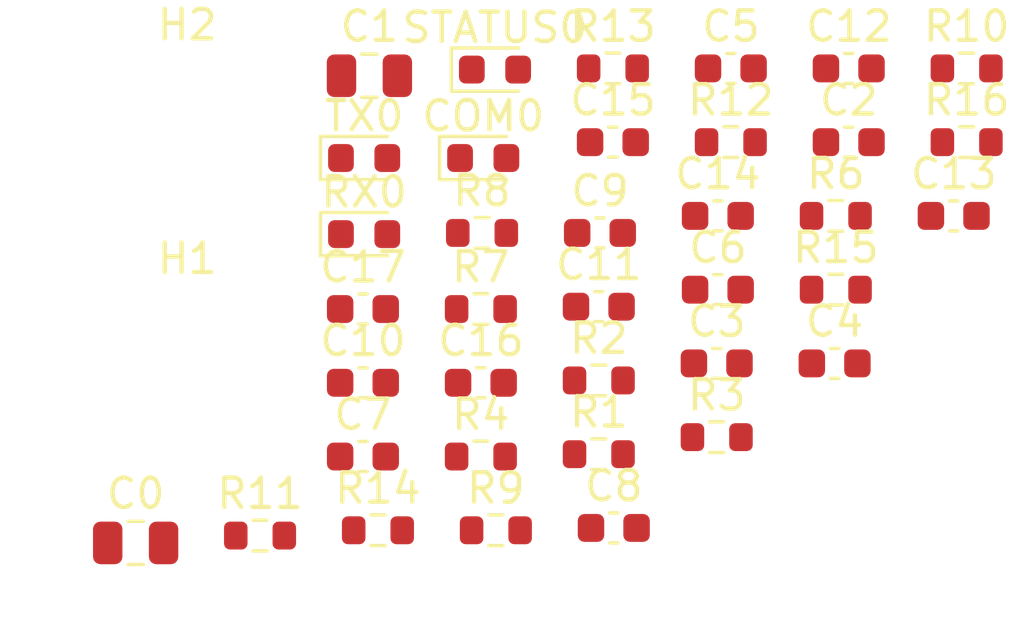
<source format=kicad_pcb>
(kicad_pcb (version 20211014) (generator pcbnew)
  (layers (0 "F.Cu" signal) (31 "B.Cu" signal) (34 "B.Paste" user) (35 "F.Paste" user) (36 "B.SilkS" user "B.Silkscreen") (37 "F.SilkS" user "F.Silkscreen") (38 "B.Mask" user) (39 "F.Mask" user) (44 "Edge.Cuts" user))
  (net 0 "")
  (net 1 "/VBUS")
  (net 2 "/GND")
  (net 3 "/5V_REG")
  (net 4 "/3V3_USB")
  (net 5 "/DAC_REF")
  (net 6 "/AREF")
  (net 7 "/ANALOG_IN")
  (net 8 "/PA0")
  (net 9 "/RESET")
  (net 10 "Net-(C12-Pad2)")
  (net 11 "Net-(C13-Pad2)")
  (net 12 "Net-(C14-Pad2)")
  (net 13 "/XTAL1")
  (net 14 "/XTAL2")
  (net 15 "/DAC_AC_OUT")
  (net 16 "/DAC_DC_OUT")
  (net 17 "Net-(R1-Pad2)")
  (net 18 "Net-(R2-Pad2)")
  (net 19 "/UART_RX0")
  (net 20 "Net-(IC_USB0-Pad1)")
  (net 21 "/UART_TX0")
  (net 22 "Net-(IC_USB0-Pad4)")
  (net 23 "/DAC_REFGEN")
  (net 24 "Net-(R8-Pad1)")
  (net 25 "Net-(R11-Pad1)")
  (net 26 "/LED_STATUS")
  (net 27 "Net-(COM0-PadA)")
  (net 28 "/LED_COM")
  (net 29 "Net-(R13-Pad1)")
  (net 30 "/LED_RX")
  (net 31 "Net-(R14-Pad1)")
  (net 32 "/LED_TX")
  (net 33 "/PTT_POS")
  (net 34 "/PTT_NEG")
  (net 35 "Net-(PTT_SOURCES0-Pad1)")
  (footprint "Capacitor_SMD:C_0603_1608Metric" (layer "F.Cu") (at 124.82 96.87)
    (fp_text reference "C13" (at 0 -1.43) (layer "F.SilkS"))
    (fp_text value "47pF")
    (fp_line (start -0.14058 0.51) (end 0.14058 0.51) (layer "F.SilkS") (width 0.12))
    (fp_line (start -0.14058 -0.51) (end 0.14058 -0.51) (layer "F.SilkS") (width 0.12))
    (pad "1" smd roundrect (at -0.775 0) (size 0.9 0.95) (layers "F.Cu" "F.Paste" "F.Mask") (net 2 "/GND"))
    (pad "2" smd roundrect (at 0.775 0) (size 0.9 0.95) (layers "F.Cu" "F.Paste" "F.Mask") (net 11 "Net-(C13-Pad2)"))
  )
  (footprint "MountingHole:MountingHole_3.2mm_M3" (layer "F.Cu") (at 98.75 94.57)
    (fp_text reference "H2" (at 0 -4.2) (layer "F.SilkS"))
    (fp_text value "MOUNT-HOLE3.2")
    (pad "" np_thru_hole circle (at 0 0) (size 3.2 3.2) (drill 3.2) (layers *.Cu *.Mask))
  )
  (footprint "Resistor_SMD:R_0603_1608Metric" (layer "F.Cu") (at 109.25 107.57)
    (fp_text reference "R9" (at 0 -1.43) (layer "F.SilkS"))
    (fp_text value "100k")
    (fp_line (start -0.237258 0.5225) (end 0.237258 0.5225) (layer "F.SilkS") (width 0.12))
    (fp_line (start -0.237258 -0.5225) (end 0.237258 -0.5225) (layer "F.SilkS") (width 0.12))
    (pad "1" smd roundrect (at -0.825 0) (size 0.8 0.95) (layers "F.Cu" "F.Paste" "F.Mask") (net 6 "/AREF"))
    (pad "2" smd roundrect (at 0.825 0) (size 0.8 0.95) (layers "F.Cu" "F.Paste" "F.Mask") (net 8 "/PA0"))
  )
  (footprint "Resistor_SMD:R_0603_1608Metric" (layer "F.Cu") (at 125.26 91.85)
    (fp_text reference "R10" (at 0 -1.43) (layer "F.SilkS"))
    (fp_text value "100k")
    (fp_line (start -0.237258 -0.5225) (end 0.237258 -0.5225) (layer "F.SilkS") (width 0.12))
    (fp_line (start -0.237258 0.5225) (end 0.237258 0.5225) (layer "F.SilkS") (width 0.12))
    (pad "1" smd roundrect (at -0.825 0) (size 0.8 0.95) (layers "F.Cu" "F.Paste" "F.Mask") (net 2 "/GND"))
    (pad "2" smd roundrect (at 0.825 0) (size 0.8 0.95) (layers "F.Cu" "F.Paste" "F.Mask") (net 8 "/PA0"))
  )
  (footprint "Capacitor_SMD:C_0603_1608Metric" (layer "F.Cu") (at 113.26 107.49)
    (fp_text reference "C8" (at 0 -1.43) (layer "F.SilkS"))
    (fp_text value "1uF")
    (fp_line (start -0.14058 0.51) (end 0.14058 0.51) (layer "F.SilkS") (width 0.12))
    (fp_line (start -0.14058 -0.51) (end 0.14058 -0.51) (layer "F.SilkS") (width 0.12))
    (pad "1" smd roundrect (at -0.775 0) (size 0.9 0.95) (layers "F.Cu" "F.Paste" "F.Mask") (net 3 "/5V_REG"))
    (pad "2" smd roundrect (at 0.775 0) (size 0.9 0.95) (layers "F.Cu" "F.Paste" "F.Mask") (net 2 "/GND"))
  )
  (footprint "Capacitor_SMD:C_0603_1608Metric" (layer "F.Cu") (at 116.76 101.89)
    (fp_text reference "C3" (at 0 -1.43) (layer "F.SilkS"))
    (fp_text value "1uF")
    (fp_line (start -0.14058 0.51) (end 0.14058 0.51) (layer "F.SilkS") (width 0.12))
    (fp_line (start -0.14058 -0.51) (end 0.14058 -0.51) (layer "F.SilkS") (width 0.12))
    (pad "1" smd roundrect (at -0.775 0) (size 0.9 0.95) (layers "F.Cu" "F.Paste" "F.Mask") (net 3 "/5V_REG"))
    (pad "2" smd roundrect (at 0.775 0) (size 0.9 0.95) (layers "F.Cu" "F.Paste" "F.Mask") (net 2 "/GND"))
  )
  (footprint "LED_SMD:LED_0603_1608Metric" (layer "F.Cu") (at 104.77 97.49)
    (fp_text reference "RX0" (at 0 -1.43) (layer "F.SilkS"))
    (fp_text value "LEDCHIP-LED0603")
    (fp_line (start -1.485 0.735) (end 0.8 0.735) (layer "F.SilkS") (width 0.12))
    (fp_line (start -1.485 -0.735) (end -1.485 0.735) (layer "F.SilkS") (width 0.12))
    (fp_line (start 0.8 -0.735) (end -1.485 -0.735) (layer "F.SilkS") (width 0.12))
    (pad "1" smd roundrect (at -0.7875 0) (size 0.875 0.95) (layers "F.Cu" "F.Paste" "F.Mask"))
    (pad "2" smd roundrect (at 0.7875 0) (size 0.875 0.95) (layers "F.Cu" "F.Paste" "F.Mask"))
  )
  (footprint "Resistor_SMD:R_0603_1608Metric" (layer "F.Cu") (at 116.76 104.4)
    (fp_text reference "R3" (at 0 -1.43) (layer "F.SilkS"))
    (fp_text value "270")
    (fp_line (start -0.237258 -0.5225) (end 0.237258 -0.5225) (layer "F.SilkS") (width 0.12))
    (fp_line (start -0.237258 0.5225) (end 0.237258 0.5225) (layer "F.SilkS") (width 0.12))
    (pad "1" smd roundrect (at -0.825 0) (size 0.8 0.95) (layers "F.Cu" "F.Paste" "F.Mask") (net 19 "/UART_RX0"))
    (pad "2" smd roundrect (at 0.825 0) (size 0.8 0.95) (layers "F.Cu" "F.Paste" "F.Mask") (net 20 "Net-(IC_USB0-Pad1)"))
  )
  (footprint "LED_SMD:LED_0603_1608Metric" (layer "F.Cu") (at 108.82 94.9)
    (fp_text reference "COM0" (at 0 -1.43) (layer "F.SilkS"))
    (fp_text value "LEDCHIP-LED0603")
    (fp_line (start 0.8 -0.735) (end -1.485 -0.735) (layer "F.SilkS") (width 0.12))
    (fp_line (start -1.485 -0.735) (end -1.485 0.735) (layer "F.SilkS") (width 0.12))
    (fp_line (start -1.485 0.735) (end 0.8 0.735) (layer "F.SilkS") (width 0.12))
    (pad "1" smd roundrect (at -0.7875 0) (size 0.875 0.95) (layers "F.Cu" "F.Paste" "F.Mask"))
    (pad "2" smd roundrect (at 0.7875 0) (size 0.875 0.95) (layers "F.Cu" "F.Paste" "F.Mask"))
  )
  (footprint "Resistor_SMD:R_0603_1608Metric" (layer "F.Cu") (at 120.81 99.38)
    (fp_text reference "R15" (at 0 -1.43) (layer "F.SilkS"))
    (fp_text value "10k")
    (fp_line (start -0.237258 0.5225) (end 0.237258 0.5225) (layer "F.SilkS") (width 0.12))
    (fp_line (start -0.237258 -0.5225) (end 0.237258 -0.5225) (layer "F.SilkS") (width 0.12))
    (pad "1" smd roundrect (at -0.825 0) (size 0.8 0.95) (layers "F.Cu" "F.Paste" "F.Mask") (net 2 "/GND"))
    (pad "2" smd roundrect (at 0.825 0) (size 0.8 0.95) (layers "F.Cu" "F.Paste" "F.Mask") (net 33 "/PTT_POS"))
  )
  (footprint "Capacitor_SMD:C_0603_1608Metric" (layer "F.Cu") (at 121.25 91.85)
    (fp_text reference "C12" (at 0 -1.43) (layer "F.SilkS"))
    (fp_text value "100nF")
    (fp_line (start -0.14058 0.51) (end 0.14058 0.51) (layer "F.SilkS") (width 0.12))
    (fp_line (start -0.14058 -0.51) (end 0.14058 -0.51) (layer "F.SilkS") (width 0.12))
    (pad "1" smd roundrect (at -0.775 0) (size 0.9 0.95) (layers "F.Cu" "F.Paste" "F.Mask") (net 9 "/RESET"))
    (pad "2" smd roundrect (at 0.775 0) (size 0.9 0.95) (layers "F.Cu" "F.Paste" "F.Mask") (net 10 "Net-(C12-Pad2)"))
  )
  (footprint "Resistor_SMD:R_0603_1608Metric" (layer "F.Cu") (at 101.23 107.75)
    (fp_text reference "R11" (at 0 -1.43) (layer "F.SilkS"))
    (fp_text value "2k2")
    (fp_line (start -0.237258 -0.5225) (end 0.237258 -0.5225) (layer "F.SilkS") (width 0.12))
    (fp_line (start -0.237258 0.5225) (end 0.237258 0.5225) (layer "F.SilkS") (width 0.12))
    (pad "1" smd roundrect (at -0.825 0) (size 0.8 0.95) (layers "F.Cu" "F.Paste" "F.Mask") (net 25 "Net-(R11-Pad1)"))
    (pad "2" smd roundrect (at 0.825 0) (size 0.8 0.95) (layers "F.Cu" "F.Paste" "F.Mask") (net 26 "/LED_STATUS"))
  )
  (footprint "Capacitor_SMD:C_0603_1608Metric" (layer "F.Cu") (at 104.73 102.55)
    (fp_text reference "C10" (at 0 -1.43) (layer "F.SilkS"))
    (fp_text value "1uF")
    (fp_line (start -0.14058 0.51) (end 0.14058 0.51) (layer "F.SilkS") (width 0.12))
    (fp_line (start -0.14058 -0.51) (end 0.14058 -0.51) (layer "F.SilkS") (width 0.12))
    (pad "1" smd roundrect (at -0.775 0) (size 0.9 0.95) (layers "F.Cu" "F.Paste" "F.Mask") (net 2 "/GND"))
    (pad "2" smd roundrect (at 0.775 0) (size 0.9 0.95) (layers "F.Cu" "F.Paste" "F.Mask") (net 6 "/AREF"))
  )
  (footprint "Resistor_SMD:R_0603_1608Metric" (layer "F.Cu") (at 117.24 94.36)
    (fp_text reference "R12" (at 0 -1.43) (layer "F.SilkS"))
    (fp_text value "270")
    (fp_line (start -0.237258 -0.5225) (end 0.237258 -0.5225) (layer "F.SilkS") (width 0.12))
    (fp_line (start -0.237258 0.5225) (end 0.237258 0.5225) (layer "F.SilkS") (width 0.12))
    (pad "1" smd roundrect (at -0.825 0) (size 0.8 0.95) (layers "F.Cu" "F.Paste" "F.Mask") (net 27 "Net-(COM0-PadA)"))
    (pad "2" smd roundrect (at 0.825 0) (size 0.8 0.95) (layers "F.Cu" "F.Paste" "F.Mask") (net 28 "/LED_COM"))
  )
  (footprint "Capacitor_SMD:C_0805_2012Metric" (layer "F.Cu") (at 104.95 92.1)
    (fp_text reference "C1" (at 0 -1.68) (layer "F.SilkS"))
    (fp_text value "10uF")
    (fp_line (start -0.261252 0.735) (end 0.261252 0.735) (layer "F.SilkS") (width 0.12))
    (fp_line (start -0.261252 -0.735) (end 0.261252 -0.735) (layer "F.SilkS") (width 0.12))
    (pad "1" smd roundrect (at -0.95 0) (size 1 1.45) (layers "F.Cu" "F.Paste" "F.Mask") (net 3 "/5V_REG"))
    (pad "2" smd roundrect (at 0.95 0) (size 1 1.45) (layers "F.Cu" "F.Paste" "F.Mask") (net 2 "/GND"))
  )
  (footprint "Resistor_SMD:R_0603_1608Metric" (layer "F.Cu") (at 108.74 100.04)
    (fp_text reference "R7" (at 0 -1.43) (layer "F.SilkS"))
    (fp_text value "10k")
    (fp_line (start -0.237258 0.5225) (end 0.237258 0.5225) (layer "F.SilkS") (width 0.12))
    (fp_line (start -0.237258 -0.5225) (end 0.237258 -0.5225) (layer "F.SilkS") (width 0.12))
    (pad "1" smd roundrect (at -0.825 0) (size 0.8 0.95) (layers "F.Cu" "F.Paste" "F.Mask") (net 23 "/DAC_REFGEN"))
    (pad "2" smd roundrect (at 0.825 0) (size 0.8 0.95) (layers "F.Cu" "F.Paste" "F.Mask") (net 5 "/DAC_REF"))
  )
  (footprint "Capacitor_SMD:C_0603_1608Metric" (layer "F.Cu") (at 108.74 102.55)
    (fp_text reference "C16" (at 0 -1.43) (layer "F.SilkS"))
    (fp_text value "30pF")
    (fp_line (start -0.14058 0.51) (end 0.14058 0.51) (layer "F.SilkS") (width 0.12))
    (fp_line (start -0.14058 -0.51) (end 0.14058 -0.51) (layer "F.SilkS") (width 0.12))
    (pad "1" smd roundrect (at -0.775 0) (size 0.9 0.95) (layers "F.Cu" "F.Paste" "F.Mask") (net 14 "/XTAL2"))
    (pad "2" smd roundrect (at 0.775 0) (size 0.9 0.95) (layers "F.Cu" "F.Paste" "F.Mask") (net 2 "/GND"))
  )
  (footprint "Resistor_SMD:R_0603_1608Metric" (layer "F.Cu") (at 108.74 105.06)
    (fp_text reference "R4" (at 0 -1.43) (layer "F.SilkS"))
    (fp_text value "270")
    (fp_line (start -0.237258 0.5225) (end 0.237258 0.5225) (layer "F.SilkS") (width 0.12))
    (fp_line (start -0.237258 -0.5225) (end 0.237258 -0.5225) (layer "F.SilkS") (width 0.12))
    (pad "1" smd roundrect (at -0.825 0) (size 0.8 0.95) (layers "F.Cu" "F.Paste" "F.Mask") (net 21 "/UART_TX0"))
    (pad "2" smd roundrect (at 0.825 0) (size 0.8 0.95) (layers "F.Cu" "F.Paste" "F.Mask") (net 22 "Net-(IC_USB0-Pad4)"))
  )
  (footprint "LED_SMD:LED_0603_1608Metric" (layer "F.Cu") (at 104.77 94.9)
    (fp_text reference "TX0" (at 0 -1.43) (layer "F.SilkS"))
    (fp_text value "LEDCHIP-LED0603")
    (fp_line (start -1.485 0.735) (end 0.8 0.735) (layer "F.SilkS") (width 0.12))
    (fp_line (start -1.485 -0.735) (end -1.485 0.735) (layer "F.SilkS") (width 0.12))
    (fp_line (start 0.8 -0.735) (end -1.485 -0.735) (layer "F.SilkS") (width 0.12))
    (pad "1" smd roundrect (at -0.7875 0) (size 0.875 0.95) (layers "F.Cu" "F.Paste" "F.Mask"))
    (pad "2" smd roundrect (at 0.7875 0) (size 0.875 0.95) (layers "F.Cu" "F.Paste" "F.Mask"))
  )
  (footprint "Resistor_SMD:R_0603_1608Metric" (layer "F.Cu") (at 113.23 91.85)
    (fp_text reference "R13" (at 0 -1.43) (layer "F.SilkS"))
    (fp_text value "1k")
    (fp_line (start -0.237258 0.5225) (end 0.237258 0.5225) (layer "F.SilkS") (width 0.12))
    (fp_line (start -0.237258 -0.5225) (end 0.237258 -0.5225) (layer "F.SilkS") (width 0.12))
    (pad "1" smd roundrect (at -0.825 0) (size 0.8 0.95) (layers "F.Cu" "F.Paste" "F.Mask") (net 29 "Net-(R13-Pad1)"))
    (pad "2" smd roundrect (at 0.825 0) (size 0.8 0.95) (layers "F.Cu" "F.Paste" "F.Mask") (net 30 "/LED_RX"))
  )
  (footprint "Capacitor_SMD:C_0603_1608Metric" (layer "F.Cu") (at 112.79 97.45)
    (fp_text reference "C9" (at 0 -1.43) (layer "F.SilkS"))
    (fp_text value "1uF")
    (fp_line (start -0.14058 -0.51) (end 0.14058 -0.51) (layer "F.SilkS") (width 0.12))
    (fp_line (start -0.14058 0.51) (end 0.14058 0.51) (layer "F.SilkS") (width 0.12))
    (pad "1" smd roundrect (at -0.775 0) (size 0.9 0.95) (layers "F.Cu" "F.Paste" "F.Mask") (net 2 "/GND"))
    (pad "2" smd roundrect (at 0.775 0) (size 0.9 0.95) (layers "F.Cu" "F.Paste" "F.Mask") (net 5 "/DAC_REF"))
  )
  (footprint "LED_SMD:LED_0603_1608Metric" (layer "F.Cu") (at 109.22 91.89)
    (fp_text reference "STATUS0" (at 0 -1.43) (layer "F.SilkS"))
    (fp_text value "LEDCHIP-LED0603")
    (fp_line (start 0.8 -0.735) (end -1.485 -0.735) (layer "F.SilkS") (width 0.12))
    (fp_line (start -1.485 0.735) (end 0.8 0.735) (layer "F.SilkS") (width 0.12))
    (fp_line (start -1.485 -0.735) (end -1.485 0.735) (layer "F.SilkS") (width 0.12))
    (pad "1" smd roundrect (at -0.7875 0) (size 0.875 0.95) (layers "F.Cu" "F.Paste" "F.Mask"))
    (pad "2" smd roundrect (at 0.7875 0) (size 0.875 0.95) (layers "F.Cu" "F.Paste" "F.Mask"))
  )
  (footprint "Resistor_SMD:R_0603_1608Metric" (layer "F.Cu") (at 108.78 97.45)
    (fp_text reference "R8" (at 0 -1.43) (layer "F.SilkS"))
    (fp_text value "10k")
    (fp_line (start -0.237258 0.5225) (end 0.237258 0.5225) (layer "F.SilkS") (width 0.12))
    (fp_line (start -0.237258 -0.5225) (end 0.237258 -0.5225) (layer "F.SilkS") (width 0.12))
    (pad "1" smd roundrect (at -0.825 0) (size 0.8 0.95) (layers "F.Cu" "F.Paste" "F.Mask") (net 24 "Net-(R8-Pad1)"))
    (pad "2" smd roundrect (at 0.825 0) (size 0.8 0.95) (layers "F.Cu" "F.Paste" "F.Mask") (net 6 "/AREF"))
  )
  (footprint "Capacitor_SMD:C_0603_1608Metric" (layer "F.Cu") (at 116.8 99.38)
    (fp_text reference "C6" (at 0 -1.43) (layer "F.SilkS"))
    (fp_text value "1uF")
    (fp_line (start -0.14058 0.51) (end 0.14058 0.51) (layer "F.SilkS") (width 0.12))
    (fp_line (start -0.14058 -0.51) (end 0.14058 -0.51) (layer "F.SilkS") (width 0.12))
    (pad "1" smd roundrect (at -0.775 0) (size 0.9 0.95) (layers "F.Cu" "F.Paste" "F.Mask") (net 3 "/5V_REG"))
    (pad "2" smd roundrect (at 0.775 0) (size 0.9 0.95) (layers "F.Cu" "F.Paste" "F.Mask") (net 2 "/GND"))
  )
  (footprint "Capacitor_SMD:C_0603_1608Metric" (layer "F.Cu") (at 104.73 100.04)
    (fp_text reference "C17" (at 0 -1.43) (layer "F.SilkS"))
    (fp_text value "1uF")
    (fp_line (start -0.14058 0.51) (end 0.14058 0.51) (layer "F.SilkS") (width 0.12))
    (fp_line (start -0.14058 -0.51) (end 0.14058 -0.51) (layer "F.SilkS") (width 0.12))
    (pad "1" smd roundrect (at -0.775 0) (size 0.9 0.95) (layers "F.Cu" "F.Paste" "F.Mask") (net 15 "/DAC_AC_OUT"))
    (pad "2" smd roundrect (at 0.775 0) (size 0.9 0.95) (layers "F.Cu" "F.Paste" "F.Mask") (net 16 "/DAC_DC_OUT"))
  )
  (footprint "Resistor_SMD:R_0603_1608Metric" (layer "F.Cu") (at 125.26 94.36)
    (fp_text reference "R16" (at 0 -1.43) (layer "F.SilkS"))
    (fp_text value "2k2")
    (fp_line (start -0.237258 0.5225) (end 0.237258 0.5225) (layer "F.SilkS") (width 0.12))
    (fp_line (start -0.237258 -0.5225) (end 0.237258 -0.5225) (layer "F.SilkS") (width 0.12))
    (pad "1" smd roundrect (at -0.825 0) (size 0.8 0.95) (layers "F.Cu" "F.Paste" "F.Mask") (net 34 "/PTT_NEG"))
    (pad "2" smd roundrect (at 0.825 0) (size 0.8 0.95) (layers "F.Cu" "F.Paste" "F.Mask") (net 35 "Net-(PTT_SOURCES0-Pad1)"))
  )
  (footprint "MountingHole:MountingHole_3.2mm_M3" (layer "F.Cu") (at 98.75 102.52)
    (fp_text reference "H1" (at 0 -4.2) (layer "F.SilkS"))
    (fp_text value "MOUNT-HOLE3.2")
    (pad "" np_thru_hole circle (at 0 0) (size 3.2 3.2) (drill 3.2) (layers *.Cu *.Mask))
  )
  (footprint "Capacitor_SMD:C_0603_1608Metric" (layer "F.Cu") (at 121.25 94.36)
    (fp_text reference "C2" (at 0 -1.43) (layer "F.SilkS"))
    (fp_text value "100nF")
    (fp_line (start -0.14058 -0.51) (end 0.14058 -0.51) (layer "F.SilkS") (width 0.12))
    (fp_line (start -0.14058 0.51) (end 0.14058 0.51) (layer "F.SilkS") (width 0.12))
    (pad "1" smd roundrect (at -0.775 0) (size 0.9 0.95) (layers "F.Cu" "F.Paste" "F.Mask") (net 3 "/5V_REG"))
    (pad "2" smd roundrect (at 0.775 0) (size 0.9 0.95) (layers "F.Cu" "F.Paste" "F.Mask") (net 2 "/GND"))
  )
  (footprint "Capacitor_SMD:C_0603_1608Metric" (layer "F.Cu") (at 112.75 99.96)
    (fp_text reference "C11" (at 0 -1.43) (layer "F.SilkS"))
    (fp_text value "1uF")
    (fp_line (start -0.14058 -0.51) (end 0.14058 -0.51) (layer "F.SilkS") (width 0.12))
    (fp_line (start -0.14058 0.51) (end 0.14058 0.51) (layer "F.SilkS") (width 0.12))
    (pad "1" smd roundrect (at -0.775 0) (size 0.9 0.95) (layers "F.Cu" "F.Paste" "F.Mask") (net 7 "/ANALOG_IN"))
    (pad "2" smd roundrect (at 0.775 0) (size 0.9 0.95) (layers "F.Cu" "F.Paste" "F.Mask") (net 8 "/PA0"))
  )
  (footprint "Capacitor_SMD:C_0603_1608Metric" (layer "F.Cu") (at 120.77 101.89)
    (fp_text reference "C4" (at 0 -1.43) (layer "F.SilkS"))
    (fp_text value "100nF")
    (fp_line (start -0.14058 0.51) (end 0.14058 0.51) (layer "F.SilkS") (width 0.12))
    (fp_line (start -0.14058 -0.51) (end 0.14058 -0.51) (layer "F.SilkS") (width 0.12))
    (pad "1" smd roundrect (at -0.775 0) (size 0.9 0.95) (layers "F.Cu" "F.Paste" "F.Mask") (net 2 "/GND"))
    (pad "2" smd roundrect (at 0.775 0) (size 0.9 0.95) (layers "F.Cu" "F.Paste" "F.Mask") (net 4 "/3V3_USB"))
  )
  (footprint "Resistor_SMD:R_0603_1608Metric" (layer "F.Cu") (at 105.24 107.57)
    (fp_text reference "R14" (at 0 -1.43) (layer "F.SilkS"))
    (fp_text value "270")
    (fp_line (start -0.237258 0.5225) (end 0.237258 0.5225) (layer "F.SilkS") (width 0.12))
    (fp_line (start -0.237258 -0.5225) (end 0.237258 -0.5225) (layer "F.SilkS") (width 0.12))
    (pad "1" smd roundrect (at -0.825 0) (size 0.8 0.95) (layers "F.Cu" "F.Paste" "F.Mask") (net 31 "Net-(R14-Pad1)"))
    (pad "2" smd roundrect (at 0.825 0) (size 0.8 0.95) (layers "F.Cu" "F.Paste" "F.Mask") (net 32 "/LED_TX"))
  )
  (footprint "Capacitor_SMD:C_0603_1608Metric" (layer "F.Cu") (at 116.8 96.87)
    (fp_text reference "C14" (at 0 -1.43) (layer "F.SilkS"))
    (fp_text value "47pF")
    (fp_line (start -0.14058 -0.51) (end 0.14058 -0.51) (layer "F.SilkS") (width 0.12))
    (fp_line (start -0.14058 0.51) (end 0.14058 0.51) (layer "F.SilkS") (width 0.12))
    (pad "1" smd roundrect (at -0.775 0) (size 0.9 0.95) (layers "F.Cu" "F.Paste" "F.Mask") (net 2 "/GND"))
    (pad "2" smd roundrect (at 0.775 0) (size 0.9 0.95) (layers "F.Cu" "F.Paste" "F.Mask") (net 12 "Net-(C14-Pad2)"))
  )
  (footprint "Resistor_SMD:R_0603_1608Metric" (layer "F.Cu") (at 120.81 96.87)
    (fp_text reference "R6" (at 0 -1.43) (layer "F.SilkS"))
    (fp_text value "10k")
    (fp_line (start -0.237258 0.5225) (end 0.237258 0.5225) (layer "F.SilkS") (width 0.12))
    (fp_line (start -0.237258 -0.5225) (end 0.237258 -0.5225) (layer "F.SilkS") (width 0.12))
    (pad "1" smd roundrect (at -0.825 0) (size 0.8 0.95) (layers "F.Cu" "F.Paste" "F.Mask") (net 9 "/RESET"))
    (pad "2" smd roundrect (at 0.825 0) (size 0.8 0.95) (layers "F.Cu" "F.Paste" "F.Mask") (net 3 "/5V_REG"))
  )
  (footprint "Capacitor_SMD:C_0603_1608Metric" (layer "F.Cu") (at 117.24 91.85)
    (fp_text reference "C5" (at 0 -1.43) (layer "F.SilkS"))
    (fp_text value "100nF")
    (fp_line (start -0.14058 0.51) (end 0.14058 0.51) (layer "F.SilkS") (width 0.12))
    (fp_line (start -0.14058 -0.51) (end 0.14058 -0.51) (layer "F.SilkS") (width 0.12))
    (pad "1" smd roundrect (at -0.775 0) (size 0.9 0.95) (layers "F.Cu" "F.Paste" "F.Mask") (net 3 "/5V_REG"))
    (pad "2" smd roundrect (at 0.775 0) (size 0.9 0.95) (layers "F.Cu" "F.Paste" "F.Mask") (net 2 "/GND"))
  )
  (footprint "Capacitor_SMD:C_0805_2012Metric" (layer "F.Cu") (at 97 108)
    (fp_text reference "C0" (at 0 -1.68) (layer "F.SilkS"))
    (fp_text value "10uF")
    (fp_line (start -0.261252 -0.735) (end 0.261252 -0.735) (layer "F.SilkS") (width 0.12))
    (fp_line (start -0.261252 0.735) (end 0.261252 0.735) (layer "F.SilkS") (width 0.12))
    (pad "1" smd roundrect (at -0.95 0) (size 1 1.45) (layers "F.Cu" "F.Paste" "F.Mask") (net 1 "/VBUS"))
    (pad "2" smd roundrect (at 0.95 0) (size 1 1.45) (layers "F.Cu" "F.Paste" "F.Mask") (net 2 "/GND"))
  )
  (footprint "Resistor_SMD:R_0603_1608Metric" (layer "F.Cu") (at 112.75 102.47)
    (fp_text reference "R2" (at 0 -1.43) (layer "F.SilkS"))
    (fp_text value "27")
    (fp_line (start -0.237258 0.5225) (end 0.237258 0.5225) (layer "F.SilkS") (width 0.12))
    (fp_line (start -0.237258 -0.5225) (end 0.237258 -0.5225) (layer "F.SilkS") (width 0.12))
    (pad "1" smd roundrect (at -0.825 0) (size 0.8 0.95) (layers "F.Cu" "F.Paste" "F.Mask") (net 11 "Net-(C13-Pad2)"))
    (pad "2" smd roundrect (at 0.825 0) (size 0.8 0.95) (layers "F.Cu" "F.Paste" "F.Mask") (net 18 "Net-(R2-Pad2)"))
  )
  (footprint "Capacitor_SMD:C_0603_1608Metric" (layer "F.Cu") (at 104.73 105.06)
    (fp_text reference "C7" (at 0 -1.43) (layer "F.SilkS"))
    (fp_text value "100nF")
    (fp_line (start -0.14058 -0.51) (end 0.14058 -0.51) (layer "F.SilkS") (width 0.12))
    (fp_line (start -0.14058 0.51) (end 0.14058 0.51) (layer "F.SilkS") (width 0.12))
    (pad "1" smd roundrect (at -0.775 0) (size 0.9 0.95) (layers "F.Cu" "F.Paste" "F.Mask") (net 3 "/5V_REG"))
    (pad "2" smd roundrect (at 0.775 0) (size 0.9 0.95) (layers "F.Cu" "F.Paste" "F.Mask") (net 2 "/GND"))
  )
  (footprint "Resistor_SMD:R_0603_1608Metric" (layer "F.Cu") (at 112.75 104.98)
    (fp_text reference "R1" (at 0 -1.43) (layer "F.SilkS"))
    (fp_text value "27")
    (fp_line (start -0.237258 0.5225) (end 0.237258 0.5225) (layer "F.SilkS") (width 0.12))
    (fp_line (start -0.237258 -0.5225) (end 0.237258 -0.5225) (layer "F.SilkS") (width 0.12))
    (pad "1" smd roundrect (at -0.825 0) (size 0.8 0.95) (layers "F.Cu" "F.Paste" "F.Mask") (net 12 "Net-(C14-Pad2)"))
    (pad "2" smd roundrect (at 0.825 0) (size 0.8 0.95) (layers "F.Cu" "F.Paste" "F.Mask") (net 17 "Net-(R1-Pad2)"))
  )
  (footprint "Capacitor_SMD:C_0603_1608Metric" (layer "F.Cu") (at 113.23 94.36)
    (fp_text reference "C15" (at 0 -1.43) (layer "F.SilkS"))
    (fp_text value "30pF")
    (fp_line (start -0.14058 0.51) (end 0.14058 0.51) (layer "F.SilkS") (width 0.12))
    (fp_line (start -0.14058 -0.51) (end 0.14058 -0.51) (layer "F.SilkS") (width 0.12))
    (pad "1" smd roundrect (at -0.775 0) (size 0.9 0.95) (layers "F.Cu" "F.Paste" "F.Mask") (net 13 "/XTAL1"))
    (pad "2" smd roundrect (at 0.775 0) (size 0.9 0.95) (layers "F.Cu" "F.Paste" "F.Mask") (net 2 "/GND"))
  )
)
</source>
